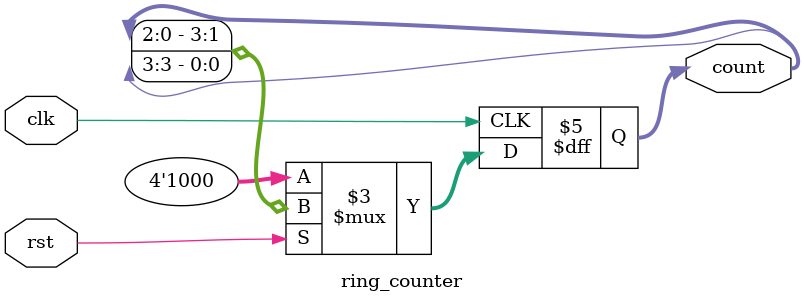
<source format=v>
`timescale 1ns / 1ps
module ring_counter(rst,clk,count);
input rst,clk;
output reg [3:0]count;
always@(posedge clk) begin
if(rst) begin
count<={count[2:0],count[3]};
end
else
count<=4'b1000;
end
endmodule

</source>
